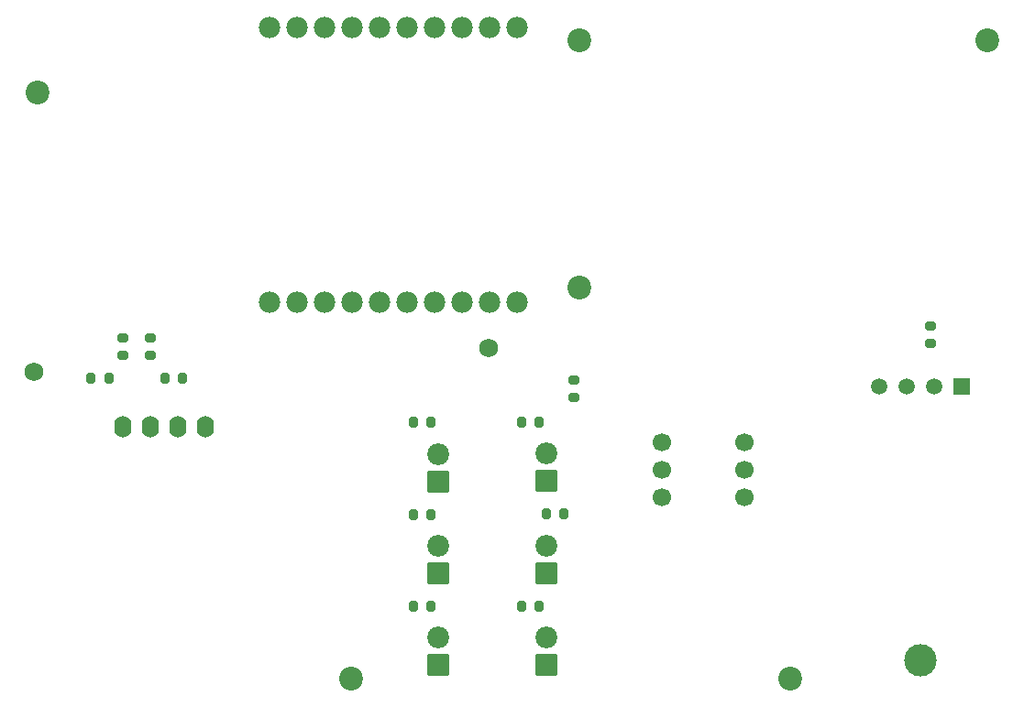
<source format=gbr>
%TF.GenerationSoftware,KiCad,Pcbnew,9.0.3*%
%TF.CreationDate,2025-08-01T16:51:20-05:00*%
%TF.ProjectId,Lab_Sensor_V2,4c61625f-5365-46e7-936f-725f56322e6b,rev?*%
%TF.SameCoordinates,Original*%
%TF.FileFunction,Soldermask,Top*%
%TF.FilePolarity,Negative*%
%FSLAX46Y46*%
G04 Gerber Fmt 4.6, Leading zero omitted, Abs format (unit mm)*
G04 Created by KiCad (PCBNEW 9.0.3) date 2025-08-01 16:51:20*
%MOMM*%
%LPD*%
G01*
G04 APERTURE LIST*
G04 Aperture macros list*
%AMRoundRect*
0 Rectangle with rounded corners*
0 $1 Rounding radius*
0 $2 $3 $4 $5 $6 $7 $8 $9 X,Y pos of 4 corners*
0 Add a 4 corners polygon primitive as box body*
4,1,4,$2,$3,$4,$5,$6,$7,$8,$9,$2,$3,0*
0 Add four circle primitives for the rounded corners*
1,1,$1+$1,$2,$3*
1,1,$1+$1,$4,$5*
1,1,$1+$1,$6,$7*
1,1,$1+$1,$8,$9*
0 Add four rect primitives between the rounded corners*
20,1,$1+$1,$2,$3,$4,$5,0*
20,1,$1+$1,$4,$5,$6,$7,0*
20,1,$1+$1,$6,$7,$8,$9,0*
20,1,$1+$1,$8,$9,$2,$3,0*%
G04 Aperture macros list end*
%ADD10C,1.734000*%
%ADD11RoundRect,0.200000X-0.200000X-0.275000X0.200000X-0.275000X0.200000X0.275000X-0.200000X0.275000X0*%
%ADD12C,2.019000*%
%ADD13RoundRect,0.102000X0.907500X-0.907500X0.907500X0.907500X-0.907500X0.907500X-0.907500X-0.907500X0*%
%ADD14C,1.700000*%
%ADD15C,2.200000*%
%ADD16RoundRect,0.200000X0.200000X0.275000X-0.200000X0.275000X-0.200000X-0.275000X0.200000X-0.275000X0*%
%ADD17C,1.982000*%
%ADD18RoundRect,0.200000X0.275000X-0.200000X0.275000X0.200000X-0.275000X0.200000X-0.275000X-0.200000X0*%
%ADD19C,3.000000*%
%ADD20R,1.500000X1.500000*%
%ADD21C,1.500000*%
%ADD22O,1.600000X2.000000*%
%ADD23RoundRect,0.200000X-0.275000X0.200000X-0.275000X-0.200000X0.275000X-0.200000X0.275000X0.200000X0*%
G04 APERTURE END LIST*
D10*
%TO.C,TP2*%
X77650000Y-80950000D03*
%TD*%
D11*
%TO.C,R1*%
X124975000Y-94050000D03*
X126625000Y-94050000D03*
%TD*%
D12*
%TO.C,D3*%
X125000000Y-105500000D03*
D13*
X125000000Y-108040000D03*
%TD*%
D14*
%TO.C,U4*%
X135690000Y-87460000D03*
X143310000Y-87460000D03*
X135690000Y-90000000D03*
X143310000Y-90000000D03*
X135690000Y-92540000D03*
X143310000Y-92540000D03*
%TD*%
D15*
%TO.C,H3*%
X165750000Y-50250000D03*
%TD*%
D16*
%TO.C,R3*%
X124325000Y-102600000D03*
X122675000Y-102600000D03*
%TD*%
D11*
%TO.C,R14*%
X89750000Y-81500000D03*
X91400000Y-81500000D03*
%TD*%
D15*
%TO.C,H2*%
X147500000Y-109250000D03*
%TD*%
%TO.C,H1*%
X107000000Y-109250000D03*
%TD*%
D10*
%TO.C,TP1*%
X119650000Y-78700000D03*
%TD*%
D15*
%TO.C,U1*%
X128038000Y-50310000D03*
X78000000Y-55136000D03*
X128038000Y-73170000D03*
D17*
X122293000Y-49050000D03*
X119753000Y-49050000D03*
X117213000Y-49050000D03*
X114673000Y-49050000D03*
X112133000Y-49050000D03*
X109593000Y-49050000D03*
X107053000Y-49050000D03*
X104513000Y-49050000D03*
X101973000Y-49050000D03*
X99433000Y-49050000D03*
X122293000Y-74450000D03*
X119753000Y-74450000D03*
X117213000Y-74450000D03*
X114673000Y-74450000D03*
X112133000Y-74450000D03*
X109593000Y-74450000D03*
X107053000Y-74450000D03*
X104513000Y-74450000D03*
X101973000Y-74450000D03*
X99433000Y-74450000D03*
%TD*%
D18*
%TO.C,R11*%
X127500000Y-83325000D03*
X127500000Y-81675000D03*
%TD*%
D16*
%TO.C,R4*%
X114325000Y-102600000D03*
X112675000Y-102600000D03*
%TD*%
D12*
%TO.C,D1*%
X115000000Y-88500000D03*
D13*
X115000000Y-91040000D03*
%TD*%
D12*
%TO.C,D5*%
X125000000Y-97000000D03*
D13*
X125000000Y-99540000D03*
%TD*%
D18*
%TO.C,R5*%
X85900000Y-79425000D03*
X85900000Y-77775000D03*
%TD*%
D19*
%TO.C,U2*%
X159500000Y-107592500D03*
D20*
X163310000Y-82292500D03*
D21*
X160770000Y-82292500D03*
X158230000Y-82292500D03*
X155690000Y-82292500D03*
%TD*%
D16*
%TO.C,R13*%
X84575000Y-81500000D03*
X82925000Y-81500000D03*
%TD*%
D22*
%TO.C,U3*%
X85880000Y-86000000D03*
X88420000Y-86000000D03*
X90960000Y-86000000D03*
X93500000Y-86000000D03*
%TD*%
D16*
%TO.C,R2*%
X114325000Y-94100000D03*
X112675000Y-94100000D03*
%TD*%
D12*
%TO.C,D2*%
X115000000Y-105500000D03*
D13*
X115000000Y-108040000D03*
%TD*%
D12*
%TO.C,D4*%
X115000000Y-97000000D03*
D13*
X115000000Y-99540000D03*
%TD*%
D11*
%TO.C,R10*%
X112675000Y-85600000D03*
X114325000Y-85600000D03*
%TD*%
D18*
%TO.C,R8*%
X160500000Y-78325000D03*
X160500000Y-76675000D03*
%TD*%
D23*
%TO.C,R9*%
X88400000Y-77775000D03*
X88400000Y-79425000D03*
%TD*%
D12*
%TO.C,D6*%
X125000000Y-88460000D03*
D13*
X125000000Y-91000000D03*
%TD*%
D11*
%TO.C,R12*%
X122675000Y-85600000D03*
X124325000Y-85600000D03*
%TD*%
M02*

</source>
